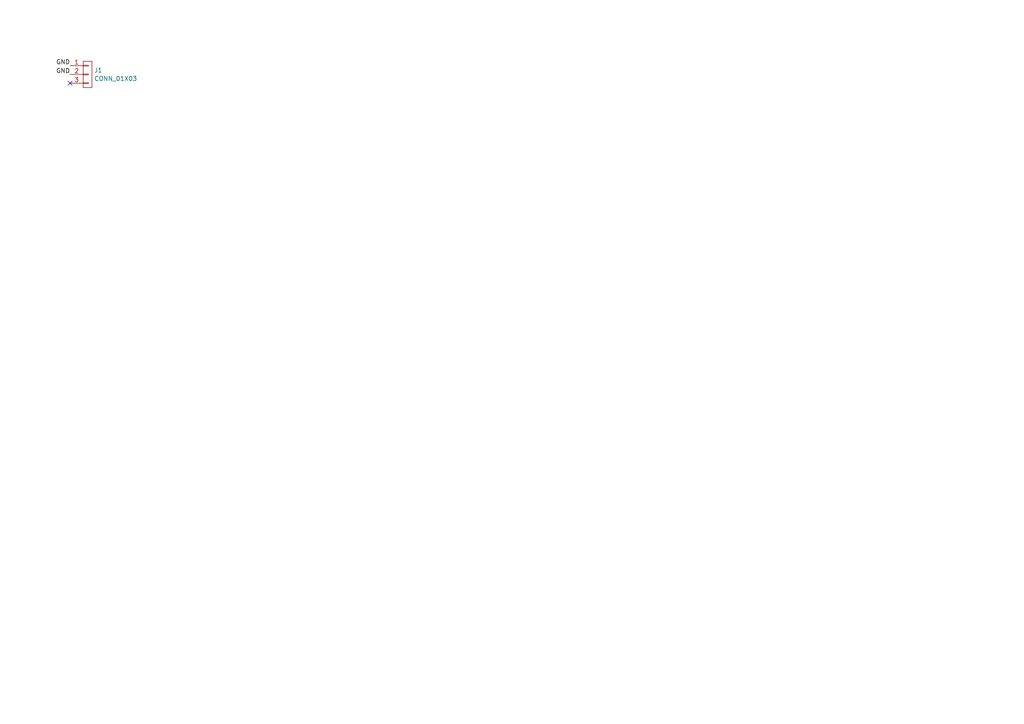
<source format=kicad_sch>
(kicad_sch (version 20231120) (generator "eeschema") (generator_version "8.0")
  (paper "A4")
  (lib_symbols
    (symbol "conn:CONN_01X03" (pin_names (offset 1.016) hide)
      (property "Reference" "J" (at 0 5.08 0))
      (property "Value" "CONN_01X03" (at 2.54 0 90))
      (symbol "CONN_01X03_0_1"
        (rectangle (start -1.27 -2.413) (end 0.254 -2.667))
        (rectangle (start -1.27 0.127) (end 0.254 -0.127))
        (rectangle (start -1.27 2.667) (end 0.254 2.413))
        (rectangle (start -1.27 3.81) (end 1.27 -3.81))
      )
      (symbol "CONN_01X03_1_1"
        (pin passive line (at -5.08 2.54 0) (length 3.81) (name "P1") (number "1"))
        (pin passive line (at -5.08 0 0) (length 3.81) (name "P2") (number "2"))
        (pin passive line (at -5.08 -2.54 0) (length 3.81) (name "P3") (number "3"))
      )
    )
  )
  (no_connect (at 20.32 24.13))
  (label "GND" (at 20.32 21.59 180))
  (label "GND" (at 20.32 19.05 180))
  (symbol (lib_id "conn:CONN_01X03") (at 25.4 21.59 0) (unit 1)
    (property "Reference" "J1" (at 27.305 20.3778 0) (effects (justify left)))
    (property "Value" "CONN_01X03" (at 27.305 22.8021 0) (effects (justify left)))
    (property "Footprint" "azonenberg_pcb:CONN_HEADER_2.54MM_1x3_REFLOW" (effects (hide yes)))
    (property "Description" "Connector, single row, 01x03, pin header" (effects (hide yes)))
  )
)
</source>
